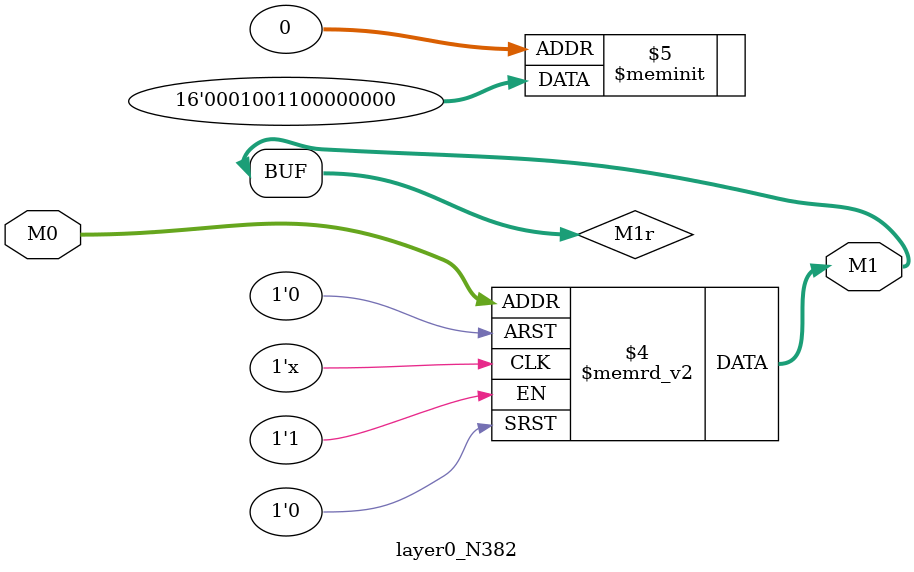
<source format=v>
module layer0_N382 ( input [2:0] M0, output [1:0] M1 );

	(*rom_style = "distributed" *) reg [1:0] M1r;
	assign M1 = M1r;
	always @ (M0) begin
		case (M0)
			3'b000: M1r = 2'b00;
			3'b100: M1r = 2'b11;
			3'b010: M1r = 2'b00;
			3'b110: M1r = 2'b01;
			3'b001: M1r = 2'b00;
			3'b101: M1r = 2'b00;
			3'b011: M1r = 2'b00;
			3'b111: M1r = 2'b00;

		endcase
	end
endmodule

</source>
